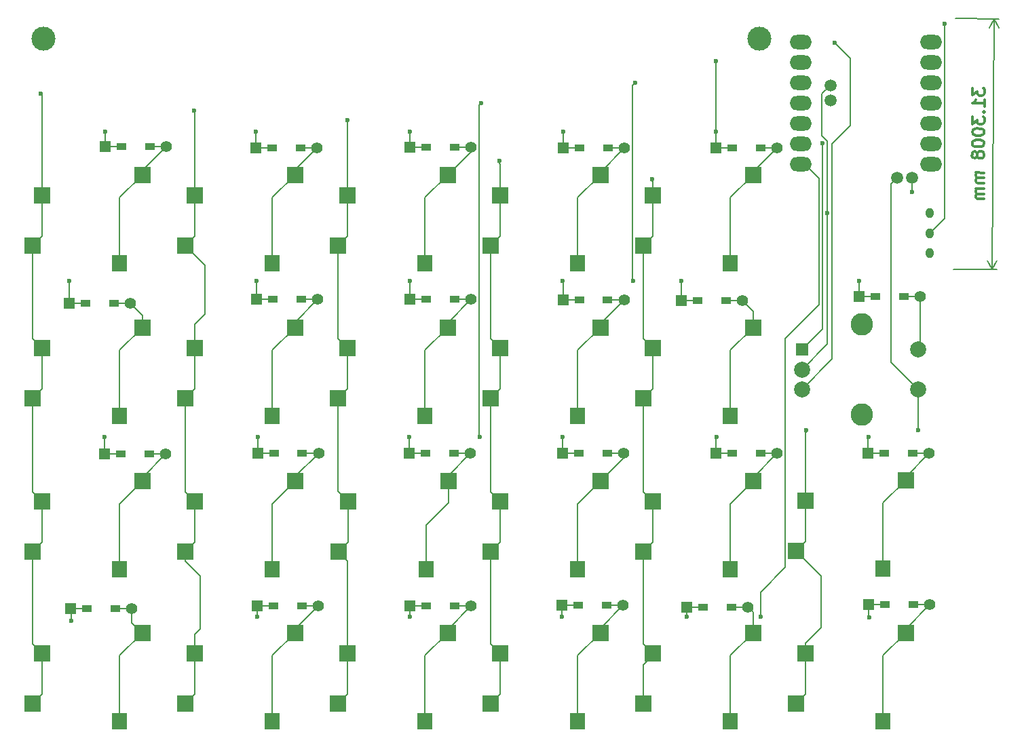
<source format=gbr>
%TF.GenerationSoftware,KiCad,Pcbnew,8.0.7*%
%TF.CreationDate,2025-02-15T16:26:46+09:00*%
%TF.ProjectId,cool642tb_L,636f6f6c-3634-4327-9462-5f4c2e6b6963,rev?*%
%TF.SameCoordinates,Original*%
%TF.FileFunction,Copper,L2,Bot*%
%TF.FilePolarity,Positive*%
%FSLAX46Y46*%
G04 Gerber Fmt 4.6, Leading zero omitted, Abs format (unit mm)*
G04 Created by KiCad (PCBNEW 8.0.7) date 2025-02-15 16:26:46*
%MOMM*%
%LPD*%
G01*
G04 APERTURE LIST*
%ADD10C,0.300000*%
%TA.AperFunction,NonConductor*%
%ADD11C,0.300000*%
%TD*%
%TA.AperFunction,NonConductor*%
%ADD12C,0.200000*%
%TD*%
%TA.AperFunction,SMDPad,CuDef*%
%ADD13R,2.000000X2.000000*%
%TD*%
%TA.AperFunction,SMDPad,CuDef*%
%ADD14R,1.900000X2.000000*%
%TD*%
%TA.AperFunction,ComponentPad*%
%ADD15R,1.397000X1.397000*%
%TD*%
%TA.AperFunction,SMDPad,CuDef*%
%ADD16R,1.300000X0.950000*%
%TD*%
%TA.AperFunction,ComponentPad*%
%ADD17C,1.397000*%
%TD*%
%TA.AperFunction,ComponentPad*%
%ADD18C,3.000000*%
%TD*%
%TA.AperFunction,ComponentPad*%
%ADD19C,2.000000*%
%TD*%
%TA.AperFunction,ComponentPad*%
%ADD20R,1.500000X1.500000*%
%TD*%
%TA.AperFunction,ComponentPad*%
%ADD21C,2.800000*%
%TD*%
%TA.AperFunction,ComponentPad*%
%ADD22O,1.000000X1.300000*%
%TD*%
%TA.AperFunction,ComponentPad*%
%ADD23O,2.750000X1.800000*%
%TD*%
%TA.AperFunction,ComponentPad*%
%ADD24C,1.500000*%
%TD*%
%TA.AperFunction,ViaPad*%
%ADD25C,0.600000*%
%TD*%
%TA.AperFunction,Conductor*%
%ADD26C,0.200000*%
%TD*%
G04 APERTURE END LIST*
D10*
D11*
X109200871Y15980624D02*
X109194345Y15052076D01*
X109194345Y15052076D02*
X109769274Y15548047D01*
X109769274Y15548047D02*
X109767768Y15333766D01*
X109767768Y15333766D02*
X109838190Y15190411D01*
X109838190Y15190411D02*
X109909115Y15118482D01*
X109909115Y15118482D02*
X110051467Y15046051D01*
X110051467Y15046051D02*
X110408601Y15043541D01*
X110408601Y15043541D02*
X110551956Y15113964D01*
X110551956Y15113964D02*
X110623885Y15184888D01*
X110623885Y15184888D02*
X110696316Y15327240D01*
X110696316Y15327240D02*
X110699328Y15755801D01*
X110699328Y15755801D02*
X110628906Y15899156D01*
X110628906Y15899156D02*
X110557981Y15971085D01*
X110684267Y13612997D02*
X110690291Y14470119D01*
X110687279Y14041558D02*
X109187316Y14052101D01*
X109187316Y14052101D02*
X109402601Y14193448D01*
X109402601Y14193448D02*
X109546459Y14335298D01*
X109546459Y14335298D02*
X109618889Y14477649D01*
X110536895Y12971160D02*
X110607820Y12899231D01*
X110607820Y12899231D02*
X110679749Y12970156D01*
X110679749Y12970156D02*
X110608824Y13042085D01*
X110608824Y13042085D02*
X110536895Y12971160D01*
X110536895Y12971160D02*
X110679749Y12970156D01*
X109175769Y12409284D02*
X109169243Y11480736D01*
X109169243Y11480736D02*
X109744172Y11976707D01*
X109744172Y11976707D02*
X109742665Y11762427D01*
X109742665Y11762427D02*
X109813088Y11619071D01*
X109813088Y11619071D02*
X109884013Y11547142D01*
X109884013Y11547142D02*
X110026364Y11474711D01*
X110026364Y11474711D02*
X110383499Y11472201D01*
X110383499Y11472201D02*
X110526854Y11542624D01*
X110526854Y11542624D02*
X110598783Y11613549D01*
X110598783Y11613549D02*
X110671214Y11755900D01*
X110671214Y11755900D02*
X110674226Y12184461D01*
X110674226Y12184461D02*
X110603803Y12327817D01*
X110603803Y12327817D02*
X110532879Y12399745D01*
X109162716Y10552188D02*
X109161712Y10409334D01*
X109161712Y10409334D02*
X109232135Y10265978D01*
X109232135Y10265978D02*
X109303060Y10194050D01*
X109303060Y10194050D02*
X109445411Y10121619D01*
X109445411Y10121619D02*
X109730616Y10048184D01*
X109730616Y10048184D02*
X110087750Y10045674D01*
X110087750Y10045674D02*
X110373960Y10115092D01*
X110373960Y10115092D02*
X110517315Y10185515D01*
X110517315Y10185515D02*
X110589244Y10256440D01*
X110589244Y10256440D02*
X110661675Y10398791D01*
X110661675Y10398791D02*
X110662679Y10541645D01*
X110662679Y10541645D02*
X110592256Y10685001D01*
X110592256Y10685001D02*
X110521332Y10756929D01*
X110521332Y10756929D02*
X110378980Y10829360D01*
X110378980Y10829360D02*
X110093775Y10902795D01*
X110093775Y10902795D02*
X109736641Y10905305D01*
X109736641Y10905305D02*
X109450432Y10835887D01*
X109450432Y10835887D02*
X109307076Y10765464D01*
X109307076Y10765464D02*
X109235147Y10694539D01*
X109235147Y10694539D02*
X109162716Y10552188D01*
X109152675Y9123652D02*
X109151671Y8980798D01*
X109151671Y8980798D02*
X109222094Y8837443D01*
X109222094Y8837443D02*
X109293019Y8765514D01*
X109293019Y8765514D02*
X109435370Y8693083D01*
X109435370Y8693083D02*
X109720576Y8619648D01*
X109720576Y8619648D02*
X110077710Y8617138D01*
X110077710Y8617138D02*
X110363919Y8686556D01*
X110363919Y8686556D02*
X110507275Y8756979D01*
X110507275Y8756979D02*
X110579203Y8827904D01*
X110579203Y8827904D02*
X110651634Y8970256D01*
X110651634Y8970256D02*
X110652638Y9113109D01*
X110652638Y9113109D02*
X110582216Y9256465D01*
X110582216Y9256465D02*
X110511291Y9328394D01*
X110511291Y9328394D02*
X110368939Y9400825D01*
X110368939Y9400825D02*
X110083734Y9474260D01*
X110083734Y9474260D02*
X109726600Y9476770D01*
X109726600Y9476770D02*
X109440391Y9407351D01*
X109440391Y9407351D02*
X109297035Y9336928D01*
X109297035Y9336928D02*
X109225106Y9266004D01*
X109225106Y9266004D02*
X109152675Y9123652D01*
X109785978Y7762025D02*
X109715555Y7905380D01*
X109715555Y7905380D02*
X109644630Y7977309D01*
X109644630Y7977309D02*
X109502279Y8049740D01*
X109502279Y8049740D02*
X109430852Y8050242D01*
X109430852Y8050242D02*
X109287496Y7979819D01*
X109287496Y7979819D02*
X109215568Y7908895D01*
X109215568Y7908895D02*
X109143137Y7766543D01*
X109143137Y7766543D02*
X109141128Y7480836D01*
X109141128Y7480836D02*
X109211551Y7337480D01*
X109211551Y7337480D02*
X109282476Y7265551D01*
X109282476Y7265551D02*
X109424828Y7193120D01*
X109424828Y7193120D02*
X109496254Y7192618D01*
X109496254Y7192618D02*
X109639610Y7263041D01*
X109639610Y7263041D02*
X109711539Y7333966D01*
X109711539Y7333966D02*
X109783970Y7476318D01*
X109783970Y7476318D02*
X109785978Y7762025D01*
X109785978Y7762025D02*
X109858409Y7904376D01*
X109858409Y7904376D02*
X109930338Y7975301D01*
X109930338Y7975301D02*
X110073693Y8045724D01*
X110073693Y8045724D02*
X110359401Y8043716D01*
X110359401Y8043716D02*
X110501752Y7971285D01*
X110501752Y7971285D02*
X110572677Y7899356D01*
X110572677Y7899356D02*
X110643100Y7756000D01*
X110643100Y7756000D02*
X110641091Y7470293D01*
X110641091Y7470293D02*
X110568661Y7327941D01*
X110568661Y7327941D02*
X110496732Y7257017D01*
X110496732Y7257017D02*
X110353376Y7186594D01*
X110353376Y7186594D02*
X110067669Y7188602D01*
X110067669Y7188602D02*
X109925317Y7261033D01*
X109925317Y7261033D02*
X109854392Y7332962D01*
X109854392Y7332962D02*
X109783970Y7476318D01*
X110626532Y5398916D02*
X109626557Y5405945D01*
X109769411Y5404941D02*
X109697482Y5334016D01*
X109697482Y5334016D02*
X109625051Y5191664D01*
X109625051Y5191664D02*
X109623545Y4977384D01*
X109623545Y4977384D02*
X109693967Y4834028D01*
X109693967Y4834028D02*
X109836319Y4761597D01*
X109836319Y4761597D02*
X110622014Y4756075D01*
X109836319Y4761597D02*
X109692963Y4691175D01*
X109692963Y4691175D02*
X109620532Y4548823D01*
X109620532Y4548823D02*
X109619026Y4334543D01*
X109619026Y4334543D02*
X109689449Y4191187D01*
X109689449Y4191187D02*
X109831801Y4118756D01*
X109831801Y4118756D02*
X110617496Y4113234D01*
X110612475Y3398966D02*
X109612500Y3405994D01*
X109755353Y3404990D02*
X109683425Y3334065D01*
X109683425Y3334065D02*
X109610994Y3191714D01*
X109610994Y3191714D02*
X109609488Y2977433D01*
X109609488Y2977433D02*
X109679910Y2834078D01*
X109679910Y2834078D02*
X109822262Y2761647D01*
X109822262Y2761647D02*
X110607957Y2756124D01*
X109822262Y2761647D02*
X109678906Y2691224D01*
X109678906Y2691224D02*
X109606475Y2548872D01*
X109606475Y2548872D02*
X109604969Y2334592D01*
X109604969Y2334592D02*
X109675392Y2191236D01*
X109675392Y2191236D02*
X109817743Y2118806D01*
X109817743Y2118806D02*
X110603438Y2113283D01*
D12*
X107029988Y24646486D02*
X112469685Y24608252D01*
X106809988Y-6653514D02*
X112249685Y-6691748D01*
X111883279Y24612373D02*
X111663279Y-6687627D01*
X111883279Y24612373D02*
X111663279Y-6687627D01*
X111883279Y24612373D02*
X112461768Y23481775D01*
X111883279Y24612373D02*
X111288955Y23490019D01*
X111663279Y-6687627D02*
X111084790Y-5557029D01*
X111663279Y-6687627D02*
X112257603Y-5565273D01*
D13*
%TO.P,SW14,1,1*%
%TO.N,Col3*%
X49050000Y-22750000D03*
X50250000Y-16510000D03*
D14*
%TO.P,SW14,2,2*%
%TO.N,Net-(D14-A)*%
X59950000Y-24950000D03*
D13*
X62750000Y-13970000D03*
%TD*%
D15*
%TO.P,D3,1,K*%
%TO.N,Row2*%
X890000Y-29720000D03*
D16*
X2925000Y-29720000D03*
%TO.P,D3,2,A*%
%TO.N,Net-(D3-A)*%
X6475000Y-29720000D03*
D17*
X8510000Y-29720000D03*
%TD*%
D18*
%TO.P,B1,1,+*%
%TO.N,Bat*%
X-6700000Y22080000D03*
%TO.P,B1,2,-*%
%TO.N,Net-(B1--)*%
X82570000Y22120000D03*
%TD*%
D13*
%TO.P,SW18,1,1*%
%TO.N,Col4*%
X68100000Y-22750000D03*
X69300000Y-16510000D03*
D14*
%TO.P,SW18,2,2*%
%TO.N,Net-(D18-A)*%
X79000000Y-24950000D03*
D13*
X81800000Y-13970000D03*
%TD*%
D15*
%TO.P,D13,1,K*%
%TO.N,Row0*%
X58170000Y8480000D03*
D16*
X60205000Y8480000D03*
%TO.P,D13,2,A*%
%TO.N,Net-(D13-A)*%
X63755000Y8480000D03*
D17*
X65790000Y8480000D03*
%TD*%
D13*
%TO.P,SW12,1,1*%
%TO.N,Col2*%
X30000000Y-60850000D03*
X31200000Y-54610000D03*
D14*
%TO.P,SW12,2,2*%
%TO.N,Net-(D12-A)*%
X40900000Y-63050000D03*
D13*
X43700000Y-52070000D03*
%TD*%
%TO.P,SW23,1,1*%
%TO.N,Col5*%
X87150000Y-60850000D03*
X88350000Y-54610000D03*
D14*
%TO.P,SW23,2,2*%
%TO.N,Net-(D23-A)*%
X98050000Y-63050000D03*
D13*
X100850000Y-52070000D03*
%TD*%
D15*
%TO.P,D10,1,K*%
%TO.N,Row1*%
X39000000Y-10420000D03*
D16*
X41035000Y-10420000D03*
%TO.P,D10,2,A*%
%TO.N,Net-(D10-A)*%
X44585000Y-10420000D03*
D17*
X46620000Y-10420000D03*
%TD*%
D15*
%TO.P,D19,1,K*%
%TO.N,Row2*%
X77190000Y-29630000D03*
D16*
X79225000Y-29630000D03*
%TO.P,D19,2,A*%
%TO.N,Net-(D19-A)*%
X82775000Y-29630000D03*
D17*
X84810000Y-29630000D03*
%TD*%
D15*
%TO.P,D16,1,K*%
%TO.N,Row3*%
X57960000Y-48600000D03*
D16*
X59995000Y-48600000D03*
%TO.P,D16,2,A*%
%TO.N,Net-(D16-A)*%
X63545000Y-48600000D03*
D17*
X65580000Y-48600000D03*
%TD*%
D13*
%TO.P,SW19,1,1*%
%TO.N,Col4*%
X68100000Y-41900000D03*
X69300000Y-35660000D03*
D14*
%TO.P,SW19,2,2*%
%TO.N,Net-(D19-A)*%
X79000000Y-44100000D03*
D13*
X81800000Y-33120000D03*
%TD*%
%TO.P,SW1,1,1*%
%TO.N,Col0*%
X-8100000Y-3700000D03*
X-6900000Y2540000D03*
D14*
%TO.P,SW1,2,2*%
%TO.N,Net-(D1-A)*%
X2800000Y-5900000D03*
D13*
X5600000Y5080000D03*
%TD*%
%TO.P,SW13,1,1*%
%TO.N,Col3*%
X49050000Y-3700000D03*
X50250000Y2540000D03*
D14*
%TO.P,SW13,2,2*%
%TO.N,Net-(D13-A)*%
X59950000Y-5900000D03*
D13*
X62750000Y5080000D03*
%TD*%
D15*
%TO.P,D7,1,K*%
%TO.N,Row2*%
X19990000Y-29570000D03*
D16*
X22025000Y-29570000D03*
%TO.P,D7,2,A*%
%TO.N,Net-(D7-A)*%
X25575000Y-29570000D03*
D17*
X27610000Y-29570000D03*
%TD*%
D15*
%TO.P,D21,1,K*%
%TO.N,Row1*%
X95025000Y-10040000D03*
D16*
X97060000Y-10040000D03*
%TO.P,D21,2,A*%
%TO.N,Net-(D21-A)*%
X100610000Y-10040000D03*
D17*
X102645000Y-10040000D03*
%TD*%
D13*
%TO.P,SW10,1,1*%
%TO.N,Col2*%
X30000000Y-22750000D03*
X31200000Y-16510000D03*
D14*
%TO.P,SW10,2,2*%
%TO.N,Net-(D10-A)*%
X40900000Y-24950000D03*
D13*
X43700000Y-13970000D03*
%TD*%
D15*
%TO.P,D14,1,K*%
%TO.N,Row1*%
X58090000Y-10490000D03*
D16*
X60125000Y-10490000D03*
%TO.P,D14,2,A*%
%TO.N,Net-(D14-A)*%
X63675000Y-10490000D03*
D17*
X65710000Y-10490000D03*
%TD*%
D15*
%TO.P,D18,1,K*%
%TO.N,Row1*%
X72855000Y-10550000D03*
D16*
X74890000Y-10550000D03*
%TO.P,D18,2,A*%
%TO.N,Net-(D18-A)*%
X78440000Y-10550000D03*
D17*
X80475000Y-10550000D03*
%TD*%
D15*
%TO.P,D5,1,K*%
%TO.N,Row0*%
X19770000Y8520000D03*
D16*
X21805000Y8520000D03*
%TO.P,D5,2,A*%
%TO.N,Net-(D5-A)*%
X25355000Y8520000D03*
D17*
X27390000Y8520000D03*
%TD*%
D13*
%TO.P,SW9,1,1*%
%TO.N,Col2*%
X30000000Y-3700000D03*
X31200000Y2540000D03*
D14*
%TO.P,SW9,2,2*%
%TO.N,Net-(D9-A)*%
X40900000Y-5900000D03*
D13*
X43700000Y5080000D03*
%TD*%
%TO.P,SW15,1,1*%
%TO.N,Col3*%
X49050000Y-41900000D03*
X50250000Y-35660000D03*
D14*
%TO.P,SW15,2,2*%
%TO.N,Net-(D15-A)*%
X59950000Y-44100000D03*
D13*
X62750000Y-33120000D03*
%TD*%
%TO.P,SW11,1,1*%
%TO.N,Col2*%
X30100000Y-41900000D03*
X31300000Y-35660000D03*
D14*
%TO.P,SW11,2,2*%
%TO.N,Net-(D11-A)*%
X41000000Y-44100000D03*
D13*
X43800000Y-33120000D03*
%TD*%
%TO.P,SW5,1,1*%
%TO.N,Col1*%
X10950000Y-3700000D03*
X12150000Y2540000D03*
D14*
%TO.P,SW5,2,2*%
%TO.N,Net-(D5-A)*%
X21850000Y-5900000D03*
D13*
X24650000Y5080000D03*
%TD*%
D15*
%TO.P,D9,1,K*%
%TO.N,Row0*%
X39010000Y8610000D03*
D16*
X41045000Y8610000D03*
%TO.P,D9,2,A*%
%TO.N,Net-(D9-A)*%
X44595000Y8610000D03*
D17*
X46630000Y8610000D03*
%TD*%
D15*
%TO.P,D8,1,K*%
%TO.N,Row3*%
X19920000Y-48670000D03*
D16*
X21955000Y-48670000D03*
%TO.P,D8,2,A*%
%TO.N,Net-(D8-A)*%
X25505000Y-48670000D03*
D17*
X27540000Y-48670000D03*
%TD*%
D13*
%TO.P,SW4,1,1*%
%TO.N,Col0*%
X-8100000Y-60850000D03*
X-6900000Y-54610000D03*
D14*
%TO.P,SW4,2,2*%
%TO.N,Net-(D4-A)*%
X2800000Y-63050000D03*
D13*
X5600000Y-52070000D03*
%TD*%
%TO.P,SW17,1,1*%
%TO.N,Col4*%
X68100000Y-3700000D03*
X69300000Y2540000D03*
D14*
%TO.P,SW17,2,2*%
%TO.N,Net-(D17-A)*%
X79000000Y-5900000D03*
D13*
X81800000Y5080000D03*
%TD*%
D15*
%TO.P,D23,1,K*%
%TO.N,Row3*%
X96270000Y-48510000D03*
D16*
X98305000Y-48510000D03*
%TO.P,D23,2,A*%
%TO.N,Net-(D23-A)*%
X101855000Y-48510000D03*
D17*
X103890000Y-48510000D03*
%TD*%
D13*
%TO.P,SW22,1,1*%
%TO.N,Col5*%
X87150000Y-41800000D03*
X88350000Y-35560000D03*
D14*
%TO.P,SW22,2,2*%
%TO.N,Net-(D22-A)*%
X98050000Y-44000000D03*
D13*
X100850000Y-33020000D03*
%TD*%
D15*
%TO.P,D11,1,K*%
%TO.N,Row2*%
X38900000Y-29650000D03*
D16*
X40935000Y-29650000D03*
%TO.P,D11,2,A*%
%TO.N,Net-(D11-A)*%
X44485000Y-29650000D03*
D17*
X46520000Y-29650000D03*
%TD*%
D13*
%TO.P,SW6,1,1*%
%TO.N,Col1*%
X10950000Y-22750000D03*
X12150000Y-16510000D03*
D14*
%TO.P,SW6,2,2*%
%TO.N,Net-(D6-A)*%
X21850000Y-24950000D03*
D13*
X24650000Y-13970000D03*
%TD*%
D19*
%TO.P,SW21,1,1*%
%TO.N,Net-(D21-A)*%
X102400000Y-16660000D03*
%TO.P,SW21,2,2*%
%TO.N,Col5*%
X102400000Y-21660000D03*
D20*
%TO.P,SW21,A,A*%
%TO.N,RE_A1*%
X87900000Y-16660000D03*
D19*
%TO.P,SW21,B,B*%
%TO.N,RE_B*%
X87900000Y-21660000D03*
%TO.P,SW21,C,C*%
%TO.N,GND*%
X87900000Y-19160000D03*
D21*
%TO.P,SW21,MP*%
%TO.N,N/C*%
X95400000Y-13560000D03*
X95400000Y-24760000D03*
%TD*%
D13*
%TO.P,SW3,1,1*%
%TO.N,Col0*%
X-8100000Y-41900000D03*
X-6900000Y-35660000D03*
D14*
%TO.P,SW3,2,2*%
%TO.N,Net-(D3-A)*%
X2800000Y-44100000D03*
D13*
X5600000Y-33120000D03*
%TD*%
D15*
%TO.P,D6,1,K*%
%TO.N,Row1*%
X19890000Y-10420000D03*
D16*
X21925000Y-10420000D03*
%TO.P,D6,2,A*%
%TO.N,Net-(D6-A)*%
X25475000Y-10420000D03*
D17*
X27510000Y-10420000D03*
%TD*%
D13*
%TO.P,SW2,1,1*%
%TO.N,Col0*%
X-8100000Y-22750000D03*
X-6900000Y-16510000D03*
D14*
%TO.P,SW2,2,2*%
%TO.N,Net-(D2-A)*%
X2800000Y-24950000D03*
D13*
X5600000Y-13970000D03*
%TD*%
%TO.P,SW16,1,1*%
%TO.N,Col3*%
X49050000Y-60850000D03*
X50250000Y-54610000D03*
D14*
%TO.P,SW16,2,2*%
%TO.N,Net-(D16-A)*%
X59950000Y-63050000D03*
D13*
X62750000Y-52070000D03*
%TD*%
D22*
%TO.P,SW24,1,A*%
%TO.N,GND*%
X103890000Y340000D03*
%TO.P,SW24,2,B*%
%TO.N,Net-(B1--)*%
X103890000Y-2160000D03*
%TO.P,SW24,3,C*%
%TO.N,unconnected-(SW24-C-Pad3)*%
X103890000Y-4660000D03*
%TD*%
D15*
%TO.P,D15,1,K*%
%TO.N,Row2*%
X58040000Y-29620000D03*
D16*
X60075000Y-29620000D03*
%TO.P,D15,2,A*%
%TO.N,Net-(D15-A)*%
X63625000Y-29620000D03*
D17*
X65660000Y-29620000D03*
%TD*%
D13*
%TO.P,SW8,1,1*%
%TO.N,Col1*%
X10950000Y-60850000D03*
X12150000Y-54610000D03*
D14*
%TO.P,SW8,2,2*%
%TO.N,Net-(D8-A)*%
X21850000Y-63050000D03*
D13*
X24650000Y-52070000D03*
%TD*%
D15*
%TO.P,D2,1,K*%
%TO.N,Row1*%
X-3500000Y-10920000D03*
D16*
X-1465000Y-10920000D03*
%TO.P,D2,2,A*%
%TO.N,Net-(D2-A)*%
X2085000Y-10920000D03*
D17*
X4120000Y-10920000D03*
%TD*%
D15*
%TO.P,D12,1,K*%
%TO.N,Row3*%
X38990000Y-48690000D03*
D16*
X41025000Y-48690000D03*
%TO.P,D12,2,A*%
%TO.N,Net-(D12-A)*%
X44575000Y-48690000D03*
D17*
X46610000Y-48690000D03*
%TD*%
D15*
%TO.P,D4,1,K*%
%TO.N,Row3*%
X-3300000Y-48970000D03*
D16*
X-1265000Y-48970000D03*
%TO.P,D4,2,A*%
%TO.N,Net-(D4-A)*%
X2285000Y-48970000D03*
D17*
X4320000Y-48970000D03*
%TD*%
D15*
%TO.P,D1,1,K*%
%TO.N,Row0*%
X960000Y8650000D03*
D16*
X2995000Y8650000D03*
%TO.P,D1,2,A*%
%TO.N,Net-(D1-A)*%
X6545000Y8650000D03*
D17*
X8580000Y8650000D03*
%TD*%
D15*
%TO.P,D17,1,K*%
%TO.N,Row0*%
X77195000Y8510000D03*
D16*
X79230000Y8510000D03*
%TO.P,D17,2,A*%
%TO.N,Net-(D17-A)*%
X82780000Y8510000D03*
D17*
X84815000Y8510000D03*
%TD*%
D13*
%TO.P,SW7,1,1*%
%TO.N,Col1*%
X10950000Y-41900000D03*
X12150000Y-35660000D03*
D14*
%TO.P,SW7,2,2*%
%TO.N,Net-(D7-A)*%
X21850000Y-44100000D03*
D13*
X24650000Y-33120000D03*
%TD*%
D23*
%TO.P,U1,1,P0.02_A0_D0*%
%TO.N,RE_B*%
X87790000Y21686000D03*
%TO.P,U1,2,P0.03_A1_D1*%
%TO.N,Row0*%
X87790000Y19146000D03*
%TO.P,U1,3,P0.28_A2_D2*%
%TO.N,Row1*%
X87790000Y16606000D03*
%TO.P,U1,4,P0.29_A3_D3*%
%TO.N,Row2*%
X87790000Y14066000D03*
%TO.P,U1,5,P0.04_A4_D4_SDA*%
%TO.N,unconnected-(U1-P0.04_A4_D4_SDA-Pad5)*%
X87790000Y11526000D03*
%TO.P,U1,6,P0.05_A5_D5_SCL*%
%TO.N,RE_A1*%
X87790000Y8986000D03*
%TO.P,U1,7,P1.11_D6_TX*%
%TO.N,Row3*%
X87790000Y6446000D03*
%TO.P,U1,8,P1.12_D7_RX*%
%TO.N,Col3*%
X104030000Y6446000D03*
%TO.P,U1,9,P1.13_D8_SCK*%
%TO.N,Col2*%
X104030000Y8986000D03*
%TO.P,U1,10,P1.14_D9_MISO*%
%TO.N,Col1*%
X104030000Y11526000D03*
%TO.P,U1,11,P1.15_D10_MOSI*%
%TO.N,Col0*%
X104030000Y14066000D03*
%TO.P,U1,12,3V3*%
%TO.N,unconnected-(U1-3V3-Pad12)*%
X104030000Y16606000D03*
%TO.P,U1,13,GND*%
%TO.N,GND*%
X104030000Y19146000D03*
%TO.P,U1,14,5V*%
%TO.N,VCC*%
X104030000Y21686000D03*
D24*
%TO.P,U1,15,NFC1_0.09*%
%TO.N,Col5*%
X99745400Y4754000D03*
%TO.P,U1,16,NFC2_0.10*%
%TO.N,Col4*%
X101625000Y4754000D03*
%TO.P,U1,20,BATT+*%
%TO.N,Bat*%
X91465000Y14383000D03*
%TO.P,U1,21,BATT-*%
%TO.N,GND*%
X91465000Y16288000D03*
%TD*%
D13*
%TO.P,SW20,1,1*%
%TO.N,Col4*%
X68100000Y-60850000D03*
X69300000Y-54610000D03*
D14*
%TO.P,SW20,2,2*%
%TO.N,Net-(D20-A)*%
X79000000Y-63050000D03*
D13*
X81800000Y-52070000D03*
%TD*%
D15*
%TO.P,D22,1,K*%
%TO.N,Row2*%
X96170000Y-29600000D03*
D16*
X98205000Y-29600000D03*
%TO.P,D22,2,A*%
%TO.N,Net-(D22-A)*%
X101755000Y-29600000D03*
D17*
X103790000Y-29600000D03*
%TD*%
D15*
%TO.P,D20,1,K*%
%TO.N,Row3*%
X73540000Y-48810000D03*
D16*
X75575000Y-48810000D03*
%TO.P,D20,2,A*%
%TO.N,Net-(D20-A)*%
X79125000Y-48810000D03*
D17*
X81160000Y-48810000D03*
%TD*%
D25*
%TO.N,RE_B*%
X91980000Y21640000D03*
%TO.N,GND*%
X91050000Y320000D03*
%TO.N,Col4*%
X69220000Y4620000D03*
X101620000Y2990000D03*
%TO.N,Col3*%
X50170000Y6870000D03*
%TO.N,Col2*%
X31170000Y11920000D03*
%TO.N,Col1*%
X12040000Y13160000D03*
%TO.N,Col0*%
X-7030000Y15270000D03*
%TO.N,Row3*%
X82750000Y-50040000D03*
%TO.N,RE_A1*%
X90450000Y9090000D03*
%TO.N,Row2*%
X47870000Y14110000D03*
X47740000Y-27590000D03*
%TO.N,Row1*%
X67120000Y16610000D03*
X66870000Y-8140000D03*
%TO.N,Row0*%
X77180000Y19290000D03*
%TO.N,Net-(B1--)*%
X105750000Y23950000D03*
%TO.N,Row2*%
X19990000Y-27590000D03*
X38930000Y-27590000D03*
X58040000Y-27590000D03*
X77230000Y-27590000D03*
X910000Y-27590000D03*
%TO.N,Row3*%
X73580000Y-50040000D03*
X57950000Y-50040000D03*
X38990000Y-50040000D03*
X19920000Y-50040000D03*
X-3260000Y-50500000D03*
X96280000Y-50080000D03*
%TO.N,Row1*%
X72870000Y-8110000D03*
X-3470000Y-8130000D03*
%TO.N,Row0*%
X19800000Y10500000D03*
X980000Y10490000D03*
X39010000Y10500000D03*
X77210000Y10500000D03*
X58160000Y10500000D03*
%TO.N,Row1*%
X19870000Y-8140000D03*
X95020000Y-8140000D03*
X58080000Y-8140000D03*
X38980000Y-8140000D03*
%TO.N,Row2*%
X96220000Y-27590000D03*
%TO.N,Col5*%
X88400000Y-26700000D03*
X102400000Y-26770000D03*
%TD*%
D26*
%TO.N,Col1*%
X10950000Y-3700000D02*
X13400000Y-6150000D01*
X13400000Y-6150000D02*
X13400000Y-12290000D01*
X13400000Y-12290000D02*
X12150000Y-13540000D01*
X12150000Y-13540000D02*
X12150000Y-16510000D01*
%TO.N,Col5*%
X90270000Y-44900000D02*
X90270000Y-51360000D01*
X87180000Y-41800000D02*
X87180000Y-41810000D01*
X87150000Y-41800000D02*
X87180000Y-41800000D01*
X87180000Y-41810000D02*
X90270000Y-44900000D01*
X90270000Y-51360000D02*
X88350000Y-53280000D01*
X88350000Y-53280000D02*
X88350000Y-54610000D01*
%TO.N,Col1*%
X10950000Y-41900000D02*
X10950000Y-43090000D01*
X10950000Y-43090000D02*
X12820000Y-44960000D01*
X12820000Y-44960000D02*
X12820000Y-45080000D01*
X12840000Y-45100000D02*
X12840000Y-51530000D01*
X12150000Y-52220000D02*
X12150000Y-54610000D01*
X12820000Y-45080000D02*
X12840000Y-45100000D01*
X12840000Y-51530000D02*
X12150000Y-52220000D01*
%TO.N,RE_B*%
X93971596Y11271596D02*
X93971596Y19648404D01*
X93971596Y19648404D02*
X91980000Y21640000D01*
X91680000Y8980000D02*
X93971596Y11271596D01*
X87900000Y-21660000D02*
X91680000Y-17880000D01*
X91680000Y-17880000D02*
X91680000Y8980000D01*
%TO.N,GND*%
X91050000Y-16010000D02*
X91050000Y320000D01*
X91050000Y320000D02*
X91050000Y9338529D01*
X87900000Y-19160000D02*
X91050000Y-16010000D01*
X91050000Y9338529D02*
X90415000Y9973529D01*
%TO.N,Col4*%
X69220000Y4300000D02*
X69300000Y4220000D01*
X101625000Y2995000D02*
X101620000Y2990000D01*
X69300000Y4220000D02*
X69300000Y2540000D01*
X101625000Y4754000D02*
X101625000Y2995000D01*
X69220000Y4620000D02*
X69220000Y4300000D01*
%TO.N,Col5*%
X99745400Y4754000D02*
X98995400Y4004000D01*
X98995400Y4004000D02*
X98995400Y-18255400D01*
X98995400Y-18255400D02*
X102400000Y-21660000D01*
%TO.N,GND*%
X91465000Y16288000D02*
X90415000Y15238000D01*
X90415000Y15238000D02*
X90415000Y9973529D01*
%TO.N,Col3*%
X50250000Y6470000D02*
X50250000Y2540000D01*
X50170000Y6870000D02*
X50170000Y6550000D01*
X50170000Y6550000D02*
X50250000Y6470000D01*
%TO.N,Col2*%
X31170000Y11590000D02*
X31200000Y11560000D01*
X31170000Y11920000D02*
X31170000Y11590000D01*
X31200000Y11560000D02*
X31200000Y2540000D01*
%TO.N,Col1*%
X12040000Y13160000D02*
X12150000Y13050000D01*
X12150000Y13050000D02*
X12150000Y2540000D01*
%TO.N,Col0*%
X-7030000Y15270000D02*
X-6900000Y15140000D01*
X-6900000Y15140000D02*
X-6900000Y2540000D01*
%TO.N,Row3*%
X90050000Y4686000D02*
X90050000Y-11060000D01*
X88290000Y6446000D02*
X90050000Y4686000D01*
X90050000Y-11060000D02*
X85850000Y-15260000D01*
X85850000Y-15260000D02*
X85850000Y-43834004D01*
X85850000Y-43834004D02*
X82750000Y-46934004D01*
X82750000Y-46934004D02*
X82750000Y-50040000D01*
%TO.N,RE_A1*%
X90450000Y-14110000D02*
X87900000Y-16660000D01*
X90450000Y9090000D02*
X90450000Y-14110000D01*
%TO.N,Row2*%
X47870000Y14110000D02*
X47650000Y13890000D01*
X47650000Y13890000D02*
X47650000Y-27500000D01*
X47650000Y-27500000D02*
X47740000Y-27590000D01*
%TO.N,Row1*%
X66800000Y-8070000D02*
X66870000Y-8140000D01*
X67120000Y16610000D02*
X66800000Y16290000D01*
X66800000Y16290000D02*
X66800000Y-8070000D01*
%TO.N,Row0*%
X77180000Y19290000D02*
X77180000Y10530000D01*
X77180000Y10530000D02*
X77210000Y10500000D01*
%TO.N,Net-(B1--)*%
X105750000Y-300000D02*
X105750000Y23950000D01*
X103890000Y-2160000D02*
X105750000Y-300000D01*
%TO.N,Row2*%
X19990000Y-29570000D02*
X19990000Y-27590000D01*
X38900000Y-29650000D02*
X38900000Y-27620000D01*
X38900000Y-27620000D02*
X38930000Y-27590000D01*
X58040000Y-29620000D02*
X58040000Y-27590000D01*
X77190000Y-29630000D02*
X77190000Y-27630000D01*
X77190000Y-27630000D02*
X77230000Y-27590000D01*
X890000Y-27610000D02*
X890000Y-29720000D01*
X910000Y-27590000D02*
X890000Y-27610000D01*
%TO.N,Row3*%
X73540000Y-50000000D02*
X73580000Y-50040000D01*
X73540000Y-48810000D02*
X73540000Y-50000000D01*
X57960000Y-48600000D02*
X57960000Y-50030000D01*
X57960000Y-50030000D02*
X57950000Y-50040000D01*
X38990000Y-48690000D02*
X38990000Y-50040000D01*
X19920000Y-48670000D02*
X19920000Y-50040000D01*
X-3260000Y-50500000D02*
X-3260000Y-49010000D01*
X-3260000Y-49010000D02*
X-3300000Y-48970000D01*
X96270000Y-50070000D02*
X96280000Y-50080000D01*
X96270000Y-48510000D02*
X96270000Y-50070000D01*
X-3240000Y-49030000D02*
X-3300000Y-48970000D01*
%TO.N,Row1*%
X72855000Y-8125000D02*
X72855000Y-10550000D01*
X72870000Y-8110000D02*
X72855000Y-8125000D01*
X72855000Y-10550000D02*
X74890000Y-10550000D01*
%TO.N,Net-(D18-A)*%
X80475000Y-10550000D02*
X78440000Y-10550000D01*
X81800000Y-13970000D02*
X81800000Y-11875000D01*
X81800000Y-11875000D02*
X80475000Y-10550000D01*
%TO.N,Row3*%
X75575000Y-48810000D02*
X73540000Y-48810000D01*
%TO.N,Net-(D20-A)*%
X81160000Y-48810000D02*
X79125000Y-48810000D01*
X81800000Y-52070000D02*
X81800000Y-49450000D01*
X81800000Y-49450000D02*
X81160000Y-48810000D01*
%TO.N,Row3*%
X-3300000Y-48970000D02*
X-1265000Y-48970000D01*
%TO.N,Net-(D4-A)*%
X2285000Y-48970000D02*
X4320000Y-48970000D01*
X4320000Y-48970000D02*
X4320000Y-50790000D01*
X4320000Y-50790000D02*
X5600000Y-52070000D01*
%TO.N,Row1*%
X-3470000Y-8460000D02*
X-3500000Y-8490000D01*
X-3470000Y-8130000D02*
X-3470000Y-8460000D01*
X-3500000Y-8490000D02*
X-3500000Y-10920000D01*
X-1465000Y-10920000D02*
X-3500000Y-10920000D01*
%TO.N,Net-(D2-A)*%
X4120000Y-10920000D02*
X2085000Y-10920000D01*
X5600000Y-13970000D02*
X5600000Y-12400000D01*
X5600000Y-12400000D02*
X4120000Y-10920000D01*
%TO.N,Net-(D1-A)*%
X2800000Y2280000D02*
X5600000Y5080000D01*
X8580000Y8650000D02*
X6545000Y8650000D01*
X5600000Y5670000D02*
X8580000Y8650000D01*
X5600000Y5080000D02*
X5600000Y5670000D01*
X2800000Y-5900000D02*
X2800000Y2280000D01*
%TO.N,Row0*%
X77195000Y8510000D02*
X79230000Y8510000D01*
X980000Y10490000D02*
X980000Y8670000D01*
X58170000Y8480000D02*
X60205000Y8480000D01*
X39010000Y8610000D02*
X41045000Y8610000D01*
X77195000Y10485000D02*
X77210000Y10500000D01*
X39010000Y8610000D02*
X39010000Y10500000D01*
X980000Y8670000D02*
X960000Y8650000D01*
X19770000Y8520000D02*
X21805000Y8520000D01*
X19770000Y10470000D02*
X19800000Y10500000D01*
X19770000Y8520000D02*
X19770000Y10470000D01*
X58170000Y8480000D02*
X58170000Y10490000D01*
X58170000Y10490000D02*
X58160000Y10500000D01*
X960000Y8650000D02*
X2995000Y8650000D01*
X77195000Y8510000D02*
X77195000Y10485000D01*
%TO.N,Net-(D2-A)*%
X2800000Y-16770000D02*
X5600000Y-13970000D01*
X2800000Y-24950000D02*
X2800000Y-16770000D01*
%TO.N,Row1*%
X95025000Y-8145000D02*
X95020000Y-8140000D01*
X19890000Y-10420000D02*
X19890000Y-8160000D01*
X95025000Y-10040000D02*
X95025000Y-8145000D01*
X39000000Y-8160000D02*
X38980000Y-8140000D01*
X39000000Y-10420000D02*
X39000000Y-8160000D01*
X58090000Y-8150000D02*
X58080000Y-8140000D01*
X58090000Y-10490000D02*
X60125000Y-10490000D01*
X58090000Y-10490000D02*
X58090000Y-8150000D01*
X19890000Y-10420000D02*
X21925000Y-10420000D01*
X39000000Y-10420000D02*
X41035000Y-10420000D01*
X19890000Y-8160000D02*
X19870000Y-8140000D01*
X97060000Y-10040000D02*
X95025000Y-10040000D01*
%TO.N,Net-(D3-A)*%
X5600000Y-33120000D02*
X5600000Y-32630000D01*
X2800000Y-35920000D02*
X5600000Y-33120000D01*
X5600000Y-32630000D02*
X8510000Y-29720000D01*
X2800000Y-44100000D02*
X2800000Y-35920000D01*
X8510000Y-29720000D02*
X6475000Y-29720000D01*
%TO.N,Row2*%
X58040000Y-29620000D02*
X60075000Y-29620000D01*
X38900000Y-29650000D02*
X40935000Y-29650000D01*
X19990000Y-29570000D02*
X22025000Y-29570000D01*
X96170000Y-29600000D02*
X96170000Y-27640000D01*
X890000Y-29720000D02*
X2925000Y-29720000D01*
X77190000Y-29630000D02*
X79225000Y-29630000D01*
X96170000Y-29600000D02*
X98205000Y-29600000D01*
X96170000Y-27640000D02*
X96220000Y-27590000D01*
%TO.N,Net-(D4-A)*%
X2800000Y-54870000D02*
X5600000Y-52070000D01*
X2800000Y-63050000D02*
X2800000Y-54870000D01*
X5600000Y-52070000D02*
X5600000Y-51670000D01*
%TO.N,Row3*%
X59995000Y-48600000D02*
X57960000Y-48600000D01*
X19920000Y-48670000D02*
X21955000Y-48670000D01*
X96270000Y-48510000D02*
X98305000Y-48510000D01*
X38990000Y-48690000D02*
X41025000Y-48690000D01*
%TO.N,Net-(D5-A)*%
X27390000Y8520000D02*
X25355000Y8520000D01*
X24650000Y5080000D02*
X21850000Y2280000D01*
X24650000Y5780000D02*
X27390000Y8520000D01*
X24650000Y5080000D02*
X24650000Y5780000D01*
X21850000Y2280000D02*
X21850000Y-5900000D01*
%TO.N,Net-(D6-A)*%
X24650000Y-13280000D02*
X27510000Y-10420000D01*
X21850000Y-16770000D02*
X24650000Y-13970000D01*
X24650000Y-13970000D02*
X24650000Y-13280000D01*
X21850000Y-24950000D02*
X21850000Y-16770000D01*
X27510000Y-10420000D02*
X25475000Y-10420000D01*
%TO.N,Net-(D7-A)*%
X24650000Y-32530000D02*
X27610000Y-29570000D01*
X24650000Y-33120000D02*
X24650000Y-32530000D01*
X21850000Y-35920000D02*
X24650000Y-33120000D01*
X27610000Y-29570000D02*
X25575000Y-29570000D01*
X21850000Y-44100000D02*
X21850000Y-35920000D01*
%TO.N,Net-(D8-A)*%
X21850000Y-63050000D02*
X21850000Y-54870000D01*
X21850000Y-54870000D02*
X24650000Y-52070000D01*
X27540000Y-48670000D02*
X24650000Y-51560000D01*
X24650000Y-51560000D02*
X24650000Y-52070000D01*
X27540000Y-48670000D02*
X25505000Y-48670000D01*
%TO.N,Net-(D9-A)*%
X40900000Y2280000D02*
X43700000Y5080000D01*
X46630000Y8010000D02*
X43700000Y5080000D01*
X46630000Y8610000D02*
X46630000Y8010000D01*
X40900000Y-5900000D02*
X40900000Y2280000D01*
X44595000Y8610000D02*
X46630000Y8610000D01*
%TO.N,Net-(D10-A)*%
X43700000Y-13970000D02*
X43700000Y-13340000D01*
X40900000Y-16770000D02*
X43700000Y-13970000D01*
X46620000Y-10420000D02*
X44585000Y-10420000D01*
X43700000Y-13340000D02*
X46620000Y-10420000D01*
X40900000Y-24950000D02*
X40900000Y-16770000D01*
%TO.N,Net-(D11-A)*%
X43800000Y-32370000D02*
X46520000Y-29650000D01*
X46520000Y-29650000D02*
X44485000Y-29650000D01*
X41000000Y-38556497D02*
X43800000Y-35756497D01*
X43800000Y-33120000D02*
X43800000Y-32370000D01*
X41000000Y-44100000D02*
X41000000Y-38556497D01*
X43800000Y-35756497D02*
X43800000Y-33120000D01*
%TO.N,Net-(D12-A)*%
X40900000Y-54870000D02*
X43700000Y-52070000D01*
X43700000Y-51600000D02*
X46610000Y-48690000D01*
X40900000Y-63050000D02*
X40900000Y-54870000D01*
X46610000Y-48690000D02*
X44575000Y-48690000D01*
X43700000Y-52070000D02*
X43700000Y-51600000D01*
%TO.N,Net-(D13-A)*%
X59950000Y2280000D02*
X62750000Y5080000D01*
X59950000Y-5900000D02*
X59950000Y2280000D01*
X63755000Y8480000D02*
X65790000Y8480000D01*
X65790000Y8480000D02*
X62750000Y5440000D01*
X62750000Y5440000D02*
X62750000Y5080000D01*
%TO.N,Net-(D14-A)*%
X59950000Y-16770000D02*
X62750000Y-13970000D01*
X62750000Y-13970000D02*
X62750000Y-13450000D01*
X65710000Y-10490000D02*
X63675000Y-10490000D01*
X59950000Y-24950000D02*
X59950000Y-16770000D01*
X62750000Y-13450000D02*
X65710000Y-10490000D01*
%TO.N,Net-(D15-A)*%
X65660000Y-29620000D02*
X65660000Y-30210000D01*
X59950000Y-44100000D02*
X59950000Y-35920000D01*
X59950000Y-35920000D02*
X62750000Y-33120000D01*
X65660000Y-30210000D02*
X62750000Y-33120000D01*
X63625000Y-29620000D02*
X65660000Y-29620000D01*
%TO.N,Net-(D16-A)*%
X59950000Y-63050000D02*
X59950000Y-54870000D01*
X65580000Y-48600000D02*
X62750000Y-51430000D01*
X59950000Y-54870000D02*
X62750000Y-52070000D01*
X62750000Y-51430000D02*
X62750000Y-52070000D01*
X65580000Y-48600000D02*
X63545000Y-48600000D01*
%TO.N,Net-(D17-A)*%
X79000000Y-5900000D02*
X79000000Y2280000D01*
X81800000Y5495000D02*
X81800000Y5080000D01*
X79000000Y2280000D02*
X81800000Y5080000D01*
X82780000Y8510000D02*
X84815000Y8510000D01*
X84815000Y8510000D02*
X81800000Y5495000D01*
%TO.N,Net-(D18-A)*%
X79000000Y-16770000D02*
X81800000Y-13970000D01*
X79000000Y-24950000D02*
X79000000Y-16770000D01*
%TO.N,Net-(D19-A)*%
X79000000Y-35920000D02*
X81800000Y-33120000D01*
X81800000Y-32640000D02*
X84810000Y-29630000D01*
X81800000Y-33120000D02*
X81800000Y-32640000D01*
X82775000Y-29630000D02*
X84810000Y-29630000D01*
X79000000Y-44100000D02*
X79000000Y-35920000D01*
%TO.N,Net-(D20-A)*%
X79000000Y-54870000D02*
X81800000Y-52070000D01*
X79000000Y-63050000D02*
X79000000Y-54870000D01*
%TO.N,Net-(D21-A)*%
X102645000Y-16415000D02*
X102400000Y-16660000D01*
X102645000Y-10040000D02*
X102645000Y-16415000D01*
X100610000Y-10040000D02*
X102645000Y-10040000D01*
%TO.N,Col0*%
X-6900000Y-54610000D02*
X-6900000Y-59650000D01*
X-8100000Y-53410000D02*
X-6900000Y-54610000D01*
X-6900000Y-40700000D02*
X-8100000Y-41900000D01*
X-6900000Y-59650000D02*
X-8100000Y-60850000D01*
X-6900000Y-2500000D02*
X-8100000Y-3700000D01*
X-8100000Y-3700000D02*
X-8100000Y-15310000D01*
X-8100000Y-41900000D02*
X-8100000Y-53410000D01*
X-8100000Y-34460000D02*
X-6900000Y-35660000D01*
X-6900000Y2540000D02*
X-6900000Y-2500000D01*
X-8100000Y-15310000D02*
X-6900000Y-16510000D01*
X-6900000Y-16510000D02*
X-6900000Y-21550000D01*
X-6900000Y-21550000D02*
X-8100000Y-22750000D01*
X-8100000Y-22750000D02*
X-8100000Y-34460000D01*
X-6900000Y-35660000D02*
X-6900000Y-40700000D01*
%TO.N,Col1*%
X12150000Y-35660000D02*
X12150000Y-40700000D01*
X12150000Y-40700000D02*
X10950000Y-41900000D01*
X10950000Y-34460000D02*
X12150000Y-35660000D01*
X12150000Y-16510000D02*
X12150000Y-21550000D01*
X10950000Y-22750000D02*
X10950000Y-34460000D01*
X12150000Y-54610000D02*
X12150000Y-59650000D01*
X12150000Y-2500000D02*
X10950000Y-3700000D01*
X12150000Y2540000D02*
X12150000Y-2500000D01*
X12150000Y-21550000D02*
X10950000Y-22750000D01*
X12150000Y-59650000D02*
X10950000Y-60850000D01*
%TO.N,Col2*%
X30000000Y-34360000D02*
X31300000Y-35660000D01*
X31200000Y-43110000D02*
X31200000Y-54610000D01*
X30000000Y-22750000D02*
X30000000Y-34360000D01*
X31200000Y-54610000D02*
X31200000Y-59650000D01*
X30000000Y-3700000D02*
X30000000Y-15310000D01*
X31200000Y-21550000D02*
X30000000Y-22750000D01*
X31200000Y-2500000D02*
X30000000Y-3700000D01*
X30100000Y-41900000D02*
X30100000Y-42010000D01*
X31300000Y-40700000D02*
X30100000Y-41900000D01*
X31200000Y-59650000D02*
X30000000Y-60850000D01*
X30100000Y-42010000D02*
X31200000Y-43110000D01*
X31200000Y-16510000D02*
X31200000Y-21550000D01*
X31300000Y-35660000D02*
X31300000Y-40700000D01*
X30000000Y-15310000D02*
X31200000Y-16510000D01*
X31200000Y2540000D02*
X31200000Y-2500000D01*
%TO.N,Col3*%
X49050000Y-53410000D02*
X50250000Y-54610000D01*
X50250000Y-21550000D02*
X49050000Y-22750000D01*
X50250000Y-54610000D02*
X50250000Y-59650000D01*
X49050000Y-41900000D02*
X49050000Y-53410000D01*
X50250000Y2540000D02*
X50250000Y-2500000D01*
X49050000Y-15310000D02*
X50250000Y-16510000D01*
X50250000Y-16510000D02*
X50250000Y-21550000D01*
X50250000Y-35660000D02*
X50250000Y-40700000D01*
X50250000Y-40700000D02*
X49050000Y-41900000D01*
X49050000Y-3700000D02*
X49050000Y-15310000D01*
X50250000Y-2500000D02*
X49050000Y-3700000D01*
X49050000Y-22750000D02*
X49050000Y-34460000D01*
X49050000Y-34460000D02*
X50250000Y-35660000D01*
X50250000Y-59650000D02*
X49050000Y-60850000D01*
%TO.N,Col4*%
X69300000Y-21550000D02*
X68100000Y-22750000D01*
X69300000Y-54850000D02*
X68100000Y-56050000D01*
X68100000Y-22750000D02*
X68100000Y-34460000D01*
X69300000Y-35660000D02*
X69300000Y-40700000D01*
X68100000Y-3700000D02*
X68100000Y-15310000D01*
X69300000Y-2500000D02*
X68100000Y-3700000D01*
X69300000Y-54610000D02*
X69300000Y-54850000D01*
X68100000Y-41900000D02*
X68100000Y-53410000D01*
X69300000Y-40700000D02*
X68100000Y-41900000D01*
X68100000Y-56050000D02*
X68100000Y-60850000D01*
X69300000Y2540000D02*
X69300000Y-2500000D01*
X68100000Y-15310000D02*
X69300000Y-16510000D01*
X68100000Y-34460000D02*
X69300000Y-35660000D01*
X68100000Y-53410000D02*
X69300000Y-54610000D01*
X69300000Y-16510000D02*
X69300000Y-21550000D01*
%TO.N,Col5*%
X88350000Y-40600000D02*
X87150000Y-41800000D01*
X102400000Y-21660000D02*
X102400000Y-26770000D01*
X88350000Y-27070000D02*
X88350000Y-35560000D01*
X88350000Y-35560000D02*
X88350000Y-35290000D01*
X88400000Y-27020000D02*
X88350000Y-27070000D01*
X88350000Y-35560000D02*
X88350000Y-40600000D01*
X88350000Y-54610000D02*
X88350000Y-59650000D01*
X88400000Y-26700000D02*
X88400000Y-27020000D01*
X88350000Y-59650000D02*
X87150000Y-60850000D01*
%TO.N,Net-(D22-A)*%
X103790000Y-29600000D02*
X100850000Y-32540000D01*
X98050000Y-44000000D02*
X98050000Y-35820000D01*
X100850000Y-32540000D02*
X100850000Y-33020000D01*
X98050000Y-35820000D02*
X100850000Y-33020000D01*
X103790000Y-29600000D02*
X101755000Y-29600000D01*
%TO.N,GND*%
X87900000Y-19160000D02*
X87900000Y-18655836D01*
%TO.N,Net-(D23-A)*%
X103890000Y-48510000D02*
X100850000Y-51550000D01*
X100850000Y-51550000D02*
X100850000Y-52070000D01*
X98050000Y-63050000D02*
X98050000Y-54870000D01*
X103890000Y-48510000D02*
X101855000Y-48510000D01*
X98050000Y-54870000D02*
X100850000Y-52070000D01*
%TD*%
M02*

</source>
